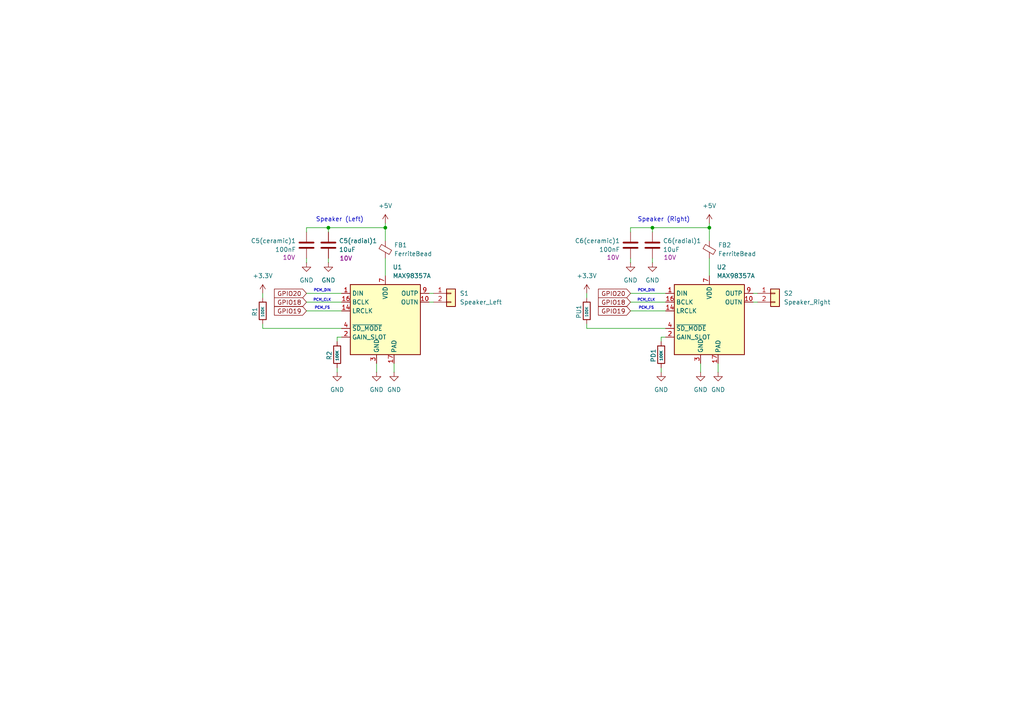
<source format=kicad_sch>
(kicad_sch (version 20250114) (generator "eeschema") (generator_version "9.0")
  (paper "A4")
  (lib_symbols
    (symbol "Audio:MAX98357A"
      (property "Reference" "U" (at -8.89 11.43 0))
      (property "Value" "MAX98357A" (at 10.16 11.43 0))
      (symbol "MAX98357A_1_1"
        (rectangle (start -10.16 10.16) (end 10.16 -10.16) (stroke (width 0.254)) (fill (type background)))
        (pin input line (at -12.7 7.62 0) (length 2.54) (name "DIN") (number "1"))
        (pin input line (at -12.7 5.08 0) (length 2.54) (name "BCLK") (number "16"))
        (pin input line (at -12.7 2.54 0) (length 2.54) (name "LRCLK") (number "14"))
        (pin input line (at -12.7 -2.54 0) (length 2.54) (name "~{SD_MODE}") (number "4"))
        (pin passive line (at -12.7 -5.08 0) (length 2.54) (name "GAIN_SLOT") (number "2"))
        (pin passive line (at -2.54 -12.7 90) (length 2.54) (hide yes) (name "GND") (number "11"))
        (pin passive line (at -2.54 -12.7 90) (length 2.54) (hide yes) (name "GND") (number "15"))
        (pin power_in line (at -2.54 -12.7 90) (length 2.54) (name "GND") (number "3"))
        (pin power_in line (at 0 12.7 270) (length 2.54) (name "VDD") (number "7"))
        (pin passive line (at 0 12.7 270) (length 2.54) (hide yes) (name "VDD") (number "8"))
        (pin unspecified line (at 2.54 -12.7 90) (length 2.54) (name "PAD") (number "17"))
        (pin no_connect line (at 10.16 2.54 180) (length 2.54) (hide yes) (name "NC") (number "5"))
        (pin no_connect line (at 10.16 0 180) (length 2.54) (hide yes) (name "NC") (number "6"))
        (pin no_connect line (at 10.16 -5.08 180) (length 2.54) (hide yes) (name "NC") (number "12"))
        (pin no_connect line (at 10.16 -7.62 180) (length 2.54) (hide yes) (name "NC") (number "13"))
        (pin output line (at 12.7 7.62 180) (length 2.54) (name "OUTP") (number "9"))
        (pin output line (at 12.7 5.08 180) (length 2.54) (name "OUTN") (number "10"))
      )
    )
    (symbol "Connector_Generic:Conn_01x02" (pin_names (offset 1.016) (hide yes))
      (property "Reference" "J" (at 0 2.54 0))
      (property "Value" "Conn_01x02" (at 0 -5.08 0))
      (symbol "Conn_01x02_1_1"
        (rectangle (start -1.27 1.27) (end 1.27 -3.81) (stroke (width 0.254)) (fill (type background)))
        (rectangle (start -1.27 0.127) (end 0 -0.127) (stroke (width 0.1524)))
        (rectangle (start -1.27 -2.413) (end 0 -2.667) (stroke (width 0.1524)))
        (pin passive line (at -5.08 0 0) (length 3.81) (name "Pin_1") (number "1"))
        (pin passive line (at -5.08 -2.54 0) (length 3.81) (name "Pin_2") (number "2"))
      )
    )
    (symbol "Device:C" (pin_numbers (hide yes)) (pin_names (offset 0.254))
      (property "Reference" "C" (at 0.635 2.54 0))
      (property "Value" "C" (at 0.635 -2.54 0))
      (symbol "C_0_1"
        (polyline (pts (xy -2.032 0.762) (xy 2.032 0.762)) (stroke (width 0.508)))
        (polyline (pts (xy -2.032 -0.762) (xy 2.032 -0.762)) (stroke (width 0.508)))
      )
      (symbol "C_1_1"
        (pin passive line (at 0 3.81 270) (length 2.794) (name "~") (number "1"))
        (pin passive line (at 0 -3.81 90) (length 2.794) (name "~") (number "2"))
      )
    )
    (symbol "Device:FerriteBead_Small" (pin_numbers (hide yes)) (pin_names (offset 0))
      (property "Reference" "FB" (at 1.905 1.27 0))
      (property "Value" "FerriteBead_Small" (at 1.905 -1.27 0))
      (symbol "FerriteBead_Small_0_1"
        (polyline (pts (xy -1.8288 0.2794) (xy -1.1176 1.4986) (xy 1.8288 -0.2032) (xy 1.1176 -1.4224) (xy -1.8288 0.2794)))
        (polyline (pts (xy 0 0.889) (xy 0 1.2954)))
        (polyline (pts (xy 0 -1.27) (xy 0 -0.7874)))
      )
      (symbol "FerriteBead_Small_1_1"
        (pin passive line (at 0 2.54 270) (length 1.27) (name "~") (number "1"))
        (pin passive line (at 0 -2.54 90) (length 1.27) (name "~") (number "2"))
      )
    )
    (symbol "Device:R" (pin_numbers (hide yes)) (pin_names (offset 0))
      (property "Reference" "R" (at 2.032 0 90))
      (property "Value" "R" (at 0 0 90))
      (symbol "R_0_1"
        (rectangle (start -1.016 -2.54) (end 1.016 2.54) (stroke (width 0.254)))
      )
      (symbol "R_1_1"
        (pin passive line (at 0 3.81 270) (length 1.27) (name "~") (number "1"))
        (pin passive line (at 0 -3.81 90) (length 1.27) (name "~") (number "2"))
      )
    )
    (symbol "power:+5V" (power) (pin_numbers (hide yes)) (pin_names (offset 0) (hide yes))
      (property "Value" "+5V" (at 0 3.556 0))
      (symbol "+5V_0_1"
        (polyline (pts (xy -0.762 1.27) (xy 0 2.54)))
        (polyline (pts (xy 0 2.54) (xy 0.762 1.27)))
        (polyline (pts (xy 0 0) (xy 0 2.54)))
      )
      (symbol "+5V_1_1"
        (pin power_in line (at 0 0 90) (length 0) (name "~") (number "1"))
      )
    )
    (symbol "power:GND" (power) (pin_numbers (hide yes)) (pin_names (offset 0) (hide yes))
      (property "Value" "GND" (at 0 -3.81 0))
      (symbol "GND_0_1"
        (polyline (pts (xy 0 0) (xy 0 -1.27) (xy 1.27 -1.27) (xy 0 -2.54) (xy -1.27 -1.27) (xy 0 -1.27)))
      )
      (symbol "GND_1_1"
        (pin power_in line (at 0 0 270) (length 0) (name "~") (number "1"))
      )
    )
  )
  (text "Speaker (Left)" (at 98.552 63.754 0) (effects (font (size 1.27 1.27))))
  (text "PCM_CLK" (at 187.452 87.122 0) (effects (font (size 0.762 0.762))))
  (text "PCM_DIN" (at 187.452 84.328 0) (effects (font (size 0.762 0.762))))
  (text "PCM_CLK" (at 93.472 87.122 0) (effects (font (size 0.762 0.762))))
  (text "Speaker (Right)" (at 192.532 63.754 0) (effects (font (size 1.27 1.27))))
  (text "PCM_DIN" (at 93.472 84.328 0) (effects (font (size 0.762 0.762))))
  (text "PCM_FS" (at 187.452 89.408 0) (effects (font (size 0.762 0.762))))
  (text "PCM_FS" (at 93.472 89.408 0) (effects (font (size 0.762 0.762))))
  (junction (at 95.25 66.04))
  (junction (at 189.23 66.04))
  (junction (at 111.76 66.04))
  (junction (at 205.74 66.04))
  (wire (pts (xy 205.74 74.93) (xy 205.74 80.01)))
  (wire (pts (xy 125.73 87.63) (xy 124.46 87.63)))
  (wire (pts (xy 191.77 107.95) (xy 191.77 106.68)))
  (wire (pts (xy 182.88 74.93) (xy 182.88 76.2)))
  (wire (pts (xy 76.2 85.09) (xy 76.2 86.36)))
  (wire (pts (xy 97.79 107.95) (xy 97.79 106.68)))
  (wire (pts (xy 88.9 67.31) (xy 88.9 66.04)))
  (wire (pts (xy 88.9 85.09) (xy 99.06 85.09)))
  (wire (pts (xy 99.06 95.25) (xy 76.2 95.25)))
  (wire (pts (xy 182.88 67.31) (xy 182.88 66.04)))
  (wire (pts (xy 111.76 64.77) (xy 111.76 66.04)))
  (wire (pts (xy 208.28 105.41) (xy 208.28 107.95)))
  (wire (pts (xy 170.18 85.09) (xy 170.18 86.36)))
  (wire (pts (xy 182.88 90.17) (xy 193.04 90.17)))
  (wire (pts (xy 111.76 66.04) (xy 111.76 69.85)))
  (wire (pts (xy 125.73 85.09) (xy 124.46 85.09)))
  (wire (pts (xy 95.25 66.04) (xy 111.76 66.04)))
  (wire (pts (xy 191.77 97.79) (xy 191.77 99.06)))
  (wire (pts (xy 189.23 67.31) (xy 189.23 66.04)))
  (wire (pts (xy 88.9 90.17) (xy 99.06 90.17)))
  (wire (pts (xy 219.71 85.09) (xy 218.44 85.09)))
  (wire (pts (xy 182.88 87.63) (xy 193.04 87.63)))
  (wire (pts (xy 111.76 74.93) (xy 111.76 80.01)))
  (wire (pts (xy 205.74 66.04) (xy 205.74 69.85)))
  (wire (pts (xy 114.3 105.41) (xy 114.3 107.95)))
  (wire (pts (xy 219.71 87.63) (xy 218.44 87.63)))
  (wire (pts (xy 203.2 105.41) (xy 203.2 107.95)))
  (wire (pts (xy 205.74 64.77) (xy 205.74 66.04)))
  (wire (pts (xy 76.2 95.25) (xy 76.2 93.98)))
  (wire (pts (xy 182.88 85.09) (xy 193.04 85.09)))
  (wire (pts (xy 88.9 87.63) (xy 99.06 87.63)))
  (wire (pts (xy 189.23 66.04) (xy 205.74 66.04)))
  (wire (pts (xy 95.25 74.93) (xy 95.25 76.2)))
  (wire (pts (xy 170.18 95.25) (xy 170.18 93.98)))
  (wire (pts (xy 193.04 95.25) (xy 170.18 95.25)))
  (wire (pts (xy 88.9 66.04) (xy 95.25 66.04)))
  (wire (pts (xy 193.04 97.79) (xy 191.77 97.79)))
  (wire (pts (xy 109.22 105.41) (xy 109.22 107.95)))
  (wire (pts (xy 97.79 97.79) (xy 97.79 99.06)))
  (wire (pts (xy 182.88 66.04) (xy 189.23 66.04)))
  (wire (pts (xy 99.06 97.79) (xy 97.79 97.79)))
  (wire (pts (xy 88.9 74.93) (xy 88.9 76.2)))
  (wire (pts (xy 189.23 74.93) (xy 189.23 76.2)))
  (wire (pts (xy 95.25 67.31) (xy 95.25 66.04)))
  (global_label "GPIO18" (shape input) (at 88.9 87.63 180) (property "Intersheetrefs" "${INTERSHEET_REFS}" (effects (hide yes))))
  (global_label "GPIO19" (shape input) (at 88.9 90.17 180) (property "Intersheetrefs" "${INTERSHEET_REFS}" (effects (hide yes))))
  (global_label "GPIO20" (shape input) (at 88.9 85.09 180) (property "Intersheetrefs" "${INTERSHEET_REFS}" (effects (hide yes))))
  (global_label "GPIO18" (shape input) (at 182.88 87.63 180) (property "Intersheetrefs" "${INTERSHEET_REFS}" (effects (hide yes))))
  (global_label "GPIO20" (shape input) (at 182.88 85.09 180) (property "Intersheetrefs" "${INTERSHEET_REFS}" (effects (hide yes))))
  (global_label "GPIO19" (shape input) (at 182.88 90.17 180) (property "Intersheetrefs" "${INTERSHEET_REFS}" (effects (hide yes))))
  (symbol (lib_id "Device:R") (at 170.18 90.17 0) (unit 1)
    (property "Reference" "PU1" (at 167.894 90.424 90))
    (property "Value" "100K" (at 170.18 90.424 90) (effects (font (size 0.762 0.762))))
    (property "Description" "Resistor" (effects (hide yes)))
  )
  (symbol (lib_id "power:GND") (at 109.22 107.95 0) (unit 1)
    (property "Reference" "#PWR05" (effects (hide yes)))
    (property "Value" "GND" (at 109.22 113.03 0))
    (property "Description" "Power symbol creates a global label with name \"GND\" , ground" (effects (hide yes)))
  )
  (symbol (lib_id "power:GND") (at 203.2 107.95 0) (unit 1)
    (property "Reference" "#PWR012" (effects (hide yes)))
    (property "Value" "GND" (at 203.2 113.03 0))
    (property "Description" "Power symbol creates a global label with name \"GND\" , ground" (effects (hide yes)))
  )
  (symbol (lib_id "Device:C") (at 95.25 71.12 0) (unit 1)
    (property "Reference" "C5(radial)1" (at 98.298 69.85 0) (effects (justify left)))
    (property "Value" "10uF" (at 98.298 72.39 0) (effects (justify left)))
    (property "Footprint" "Capacitor_THT:CP_Radial_D5.0mm_P2.50mm" (effects (hide yes)))
    (property "Description" "Unpolarized capacitor" (effects (hide yes)))
    (property "Voltage Rating" "10V" (at 100.33 74.93 0))
  )
  (symbol (lib_id "power:+5V") (at 111.76 64.77 0) (unit 1)
    (property "Reference" "#PWR06" (effects (hide yes)))
    (property "Value" "+5V" (at 111.76 59.69 0))
    (property "Description" "Power symbol creates a global label with name \"+5V\"" (effects (hide yes)))
  )
  (symbol (lib_id "power:GND") (at 114.3 107.95 0) (unit 1)
    (property "Reference" "#PWR07" (effects (hide yes)))
    (property "Value" "GND" (at 114.3 113.03 0))
    (property "Description" "Power symbol creates a global label with name \"GND\" , ground" (effects (hide yes)))
  )
  (symbol (lib_id "Device:FerriteBead_Small") (at 111.76 72.39 0) (unit 1)
    (property "Reference" "FB1" (at 114.3 71.0818 0) (effects (justify left)))
    (property "Value" "FerriteBead" (at 114.3 73.6218 0) (effects (justify left)))
    (property "Footprint" "Capacitor_SMD:C_0603_1608Metric" (effects (hide yes)))
    (property "Description" "Ferrite bead, small symbol" (effects (hide yes)))
  )
  (symbol (lib_id "power:+5V") (at 170.18 85.09 0) (unit 1)
    (property "Reference" "#PWR08" (effects (hide yes)))
    (property "Value" "+3.3V" (at 170.18 80.01 0))
    (property "Description" "Power symbol creates a global label with name \"+5V\"" (effects (hide yes)))
  )
  (symbol (lib_id "Device:R") (at 76.2 90.17 0) (unit 1)
    (property "Reference" "R1" (at 73.914 90.424 90))
    (property "Value" "100K" (at 76.2 90.424 90) (effects (font (size 0.762 0.762))))
    (property "Description" "Resistor" (effects (hide yes)))
  )
  (symbol (lib_id "power:GND") (at 189.23 76.2 0) (unit 1)
    (property "Reference" "#PWR010" (effects (hide yes)))
    (property "Value" "GND" (at 189.23 81.28 0))
    (property "Description" "Power symbol creates a global label with name \"GND\" , ground" (effects (hide yes)))
  )
  (symbol (lib_id "Audio:MAX98357A") (at 205.74 92.71 0) (unit 1)
    (property "Reference" "U2" (at 207.8833 77.47 0) (effects (justify left)))
    (property "Value" "MAX98357A" (at 207.8833 80.01 0) (effects (justify left)))
    (property "Footprint" "Package_DFN_QFN:TQFN-16-1EP_3x3mm_P0.5mm_EP1.23x1.23mm_ThermalVias" (effects (hide yes)))
    (property "Datasheet" "https://www.analog.com/media/en/technical-documentation/data-sheets/MAX98357A-MAX98357B.pdf" (effects (hide yes)))
    (property "Description" "Mono DAC with amplifier, I2S, PCM, TDM, 32-bit, 96khz, 3.2W, TQFP-16" (effects (hide yes)))
  )
  (symbol (lib_id "Device:R") (at 191.77 102.87 0) (unit 1)
    (property "Reference" "PD1" (at 189.484 103.124 90))
    (property "Value" "100K" (at 191.77 103.124 90) (effects (font (size 0.762 0.762))))
    (property "Description" "Resistor" (effects (hide yes)))
  )
  (symbol (lib_id "power:+5V") (at 76.2 85.09 0) (unit 1)
    (property "Reference" "#PWR01" (effects (hide yes)))
    (property "Value" "+3.3V" (at 76.2 80.01 0))
    (property "Description" "Power symbol creates a global label with name \"+5V\"" (effects (hide yes)))
  )
  (symbol (lib_id "power:GND") (at 208.28 107.95 0) (unit 1)
    (property "Reference" "#PWR014" (effects (hide yes)))
    (property "Value" "GND" (at 208.28 113.03 0))
    (property "Description" "Power symbol creates a global label with name \"GND\" , ground" (effects (hide yes)))
  )
  (symbol (lib_id "Connector_Generic:Conn_01x02") (at 224.79 85.09 0) (unit 1)
    (property "Reference" "S2" (at 227.33 85.0899 0) (effects (justify left)))
    (property "Value" "Speaker_Right" (at 227.33 87.6299 0) (effects (justify left)))
    (property "Footprint" "Connector_JST:JST_PH_S2B-PH-K_1x02_P2.00mm_Horizontal" (effects (hide yes)))
    (property "Description" "Generic connector, single row, 01x02, script generated (kicad-library-utils/schlib/autogen/connector/)" (effects (hide yes)))
  )
  (symbol (lib_id "Device:FerriteBead_Small") (at 205.74 72.39 0) (unit 1)
    (property "Reference" "FB2" (at 208.28 71.0818 0) (effects (justify left)))
    (property "Value" "FerriteBead" (at 208.28 73.6218 0) (effects (justify left)))
    (property "Footprint" "Capacitor_SMD:C_0603_1608Metric" (effects (hide yes)))
    (property "Description" "Ferrite bead, small symbol" (effects (hide yes)))
  )
  (symbol (lib_id "Device:C") (at 189.23 71.12 0) (unit 1)
    (property "Reference" "C6(radial)1" (at 192.278 69.85 0) (effects (justify left)))
    (property "Value" "10uF" (at 192.278 72.39 0) (effects (justify left)))
    (property "Footprint" "Capacitor_THT:CP_Radial_D5.0mm_P2.50mm" (effects (hide yes)))
    (property "Description" "Unpolarized capacitor" (effects (hide yes)))
    (property "Voltage Rating" "10V" (at 194.31 74.676 0))
  )
  (symbol (lib_id "power:+5V") (at 205.74 64.77 0) (unit 1)
    (property "Reference" "#PWR013" (effects (hide yes)))
    (property "Value" "+5V" (at 205.74 59.69 0))
    (property "Description" "Power symbol creates a global label with name \"+5V\"" (effects (hide yes)))
  )
  (symbol (lib_id "power:GND") (at 191.77 107.95 0) (unit 1)
    (property "Reference" "#PWR011" (effects (hide yes)))
    (property "Value" "GND" (at 191.77 113.03 0))
    (property "Description" "Power symbol creates a global label with name \"GND\" , ground" (effects (hide yes)))
  )
  (symbol (lib_id "power:GND") (at 95.25 76.2 0) (unit 1)
    (property "Reference" "#PWR03" (effects (hide yes)))
    (property "Value" "GND" (at 95.25 81.28 0))
    (property "Description" "Power symbol creates a global label with name \"GND\" , ground" (effects (hide yes)))
  )
  (symbol (lib_id "Device:C") (at 182.88 71.12 0) (mirror y) (unit 1)
    (property "Reference" "C6(ceramic)1" (at 179.832 69.85 0) (effects (justify left)))
    (property "Value" "100nF" (at 179.832 72.39 0) (effects (justify left)))
    (property "Footprint" "Capacitor_SMD:C_0603_1608Metric" (effects (hide yes)))
    (property "Description" "Unpolarized capacitor" (effects (hide yes)))
    (property "Voltage Rating" "10V" (at 177.8 74.676 0))
  )
  (symbol (lib_id "power:GND") (at 182.88 76.2 0) (unit 1)
    (property "Reference" "#PWR09" (effects (hide yes)))
    (property "Value" "GND" (at 182.88 81.28 0))
    (property "Description" "Power symbol creates a global label with name \"GND\" , ground" (effects (hide yes)))
  )
  (symbol (lib_id "Device:C") (at 88.9 71.12 0) (mirror y) (unit 1)
    (property "Reference" "C5(ceramic)1" (at 85.852 69.85 0) (effects (justify left)))
    (property "Value" "100nF" (at 85.852 72.39 0) (effects (justify left)))
    (property "Footprint" "Capacitor_SMD:C_0603_1608Metric" (effects (hide yes)))
    (property "Description" "Unpolarized capacitor" (effects (hide yes)))
    (property "Voltage Raing" "10V" (at 83.82 74.676 0))
  )
  (symbol (lib_id "Audio:MAX98357A") (at 111.76 92.71 0) (unit 1)
    (property "Reference" "U1" (at 113.9033 77.47 0) (effects (justify left)))
    (property "Value" "MAX98357A" (at 113.9033 80.01 0) (effects (justify left)))
    (property "Footprint" "Package_DFN_QFN:TQFN-16-1EP_3x3mm_P0.5mm_EP1.23x1.23mm_ThermalVias" (effects (hide yes)))
    (property "Datasheet" "https://www.analog.com/media/en/technical-documentation/data-sheets/MAX98357A-MAX98357B.pdf" (effects (hide yes)))
    (property "Description" "Mono DAC with amplifier, I2S, PCM, TDM, 32-bit, 96khz, 3.2W, TQFP-16" (effects (hide yes)))
  )
  (symbol (lib_id "power:GND") (at 88.9 76.2 0) (unit 1)
    (property "Reference" "#PWR02" (effects (hide yes)))
    (property "Value" "GND" (at 88.9 81.28 0))
    (property "Description" "Power symbol creates a global label with name \"GND\" , ground" (effects (hide yes)))
  )
  (symbol (lib_id "Connector_Generic:Conn_01x02") (at 130.81 85.09 0) (unit 1)
    (property "Reference" "S1" (at 133.35 85.0899 0) (effects (justify left)))
    (property "Value" "Speaker_Left" (at 133.35 87.6299 0) (effects (justify left)))
    (property "Footprint" "Connector_JST:JST_PH_S2B-PH-K_1x02_P2.00mm_Horizontal" (effects (hide yes)))
    (property "Description" "Generic connector, single row, 01x02, script generated (kicad-library-utils/schlib/autogen/connector/)" (effects (hide yes)))
  )
  (symbol (lib_id "power:GND") (at 97.79 107.95 0) (unit 1)
    (property "Reference" "#PWR04" (effects (hide yes)))
    (property "Value" "GND" (at 97.79 113.03 0))
    (property "Description" "Power symbol creates a global label with name \"GND\" , ground" (effects (hide yes)))
  )
  (symbol (lib_id "Device:R") (at 97.79 102.87 0) (unit 1)
    (property "Reference" "R2" (at 95.504 103.124 90))
    (property "Value" "100K" (at 97.79 103.124 90) (effects (font (size 0.762 0.762))))
    (property "Description" "Resistor" (effects (hide yes)))
  )
)
</source>
